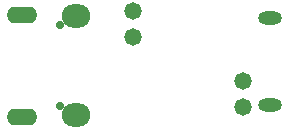
<source format=gbr>
%TF.GenerationSoftware,Altium Limited,Altium Designer,22.10.1 (41)*%
G04 Layer_Color=16711935*
%FSLAX45Y45*%
%MOMM*%
%TF.SameCoordinates,7C4CEE53-0205-4E42-98F0-91463D168F18*%
%TF.FilePolarity,Negative*%
%TF.FileFunction,Soldermask,Bot*%
%TF.Part,Single*%
G01*
G75*
%TA.AperFunction,ComponentPad*%
%ADD25O,2.40320X2.00320*%
%ADD26O,2.60320X1.40320*%
%ADD27C,0.70322*%
%ADD28O,2.00320X1.10320*%
%TA.AperFunction,ViaPad*%
%ADD29C,1.47320*%
D25*
X756418Y435089D02*
D03*
X756408Y1273289D02*
D03*
D26*
X303414Y1286200D02*
D03*
Y422173D02*
D03*
D27*
X623400Y514175D02*
D03*
Y1194184D02*
D03*
D28*
X2404956Y517502D02*
D03*
X2404999Y1257500D02*
D03*
D29*
X1242060Y1313180D02*
D03*
X1239520Y1092200D02*
D03*
X2169160Y502920D02*
D03*
Y723900D02*
D03*
%TF.MD5,643bfe686949ba1206b89d8222dbf5c5*%
M02*

</source>
